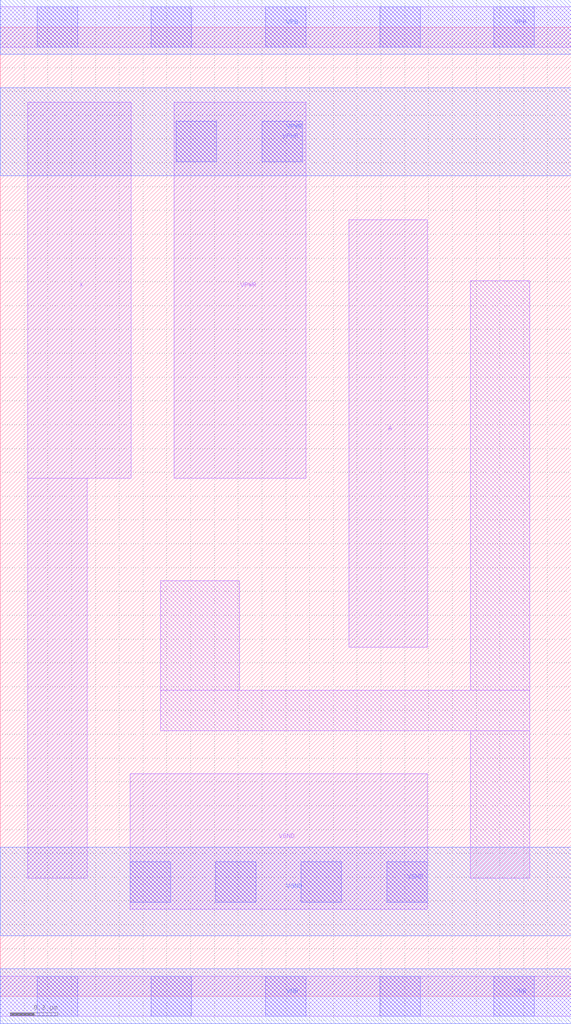
<source format=lef>
# Copyright 2020 The SkyWater PDK Authors
#
# Licensed under the Apache License, Version 2.0 (the "License");
# you may not use this file except in compliance with the License.
# You may obtain a copy of the License at
#
#     https://www.apache.org/licenses/LICENSE-2.0
#
# Unless required by applicable law or agreed to in writing, software
# distributed under the License is distributed on an "AS IS" BASIS,
# WITHOUT WARRANTIES OR CONDITIONS OF ANY KIND, either express or implied.
# See the License for the specific language governing permissions and
# limitations under the License.
#
# SPDX-License-Identifier: Apache-2.0

VERSION 5.7 ;
  NAMESCASESENSITIVE ON ;
  NOWIREEXTENSIONATPIN ON ;
  DIVIDERCHAR "/" ;
  BUSBITCHARS "[]" ;
UNITS
  DATABASE MICRONS 200 ;
END UNITS
MACRO sky130_fd_sc_hvl__buf_1
  CLASS CORE ;
  SOURCE USER ;
  FOREIGN sky130_fd_sc_hvl__buf_1 ;
  ORIGIN  0.000000  0.000000 ;
  SIZE  2.400000 BY  4.070000 ;
  SYMMETRY X Y ;
  SITE unithv ;
  PIN A
    ANTENNAGATEAREA  0.585000 ;
    DIRECTION INPUT ;
    USE SIGNAL ;
    PORT
      LAYER li1 ;
        RECT 1.465000 1.465000 1.795000 3.260000 ;
    END
  END A
  PIN X
    ANTENNADIFFAREA  0.626250 ;
    DIRECTION OUTPUT ;
    USE SIGNAL ;
    PORT
      LAYER li1 ;
        RECT 0.115000 0.495000 0.365000 2.175000 ;
        RECT 0.115000 2.175000 0.550000 3.755000 ;
    END
  END X
  PIN VGND
    DIRECTION INOUT ;
    USE GROUND ;
    PORT
      LAYER li1 ;
        RECT 0.545000 0.365000 1.795000 0.935000 ;
      LAYER mcon ;
        RECT 0.545000 0.395000 0.715000 0.565000 ;
        RECT 0.905000 0.395000 1.075000 0.565000 ;
        RECT 1.265000 0.395000 1.435000 0.565000 ;
        RECT 1.625000 0.395000 1.795000 0.565000 ;
      LAYER met1 ;
        RECT 0.000000 0.255000 2.400000 0.625000 ;
    END
  END VGND
  PIN VNB
    DIRECTION INOUT ;
    USE GROUND ;
    PORT
      LAYER li1 ;
        RECT 0.000000 -0.085000 2.400000 0.085000 ;
      LAYER mcon ;
        RECT 0.155000 -0.085000 0.325000 0.085000 ;
        RECT 0.635000 -0.085000 0.805000 0.085000 ;
        RECT 1.115000 -0.085000 1.285000 0.085000 ;
        RECT 1.595000 -0.085000 1.765000 0.085000 ;
        RECT 2.075000 -0.085000 2.245000 0.085000 ;
      LAYER met1 ;
        RECT 0.000000 -0.115000 2.400000 0.115000 ;
    END
  END VNB
  PIN VPB
    DIRECTION INOUT ;
    USE POWER ;
    PORT
      LAYER li1 ;
        RECT 0.000000 3.985000 2.400000 4.155000 ;
      LAYER mcon ;
        RECT 0.155000 3.985000 0.325000 4.155000 ;
        RECT 0.635000 3.985000 0.805000 4.155000 ;
        RECT 1.115000 3.985000 1.285000 4.155000 ;
        RECT 1.595000 3.985000 1.765000 4.155000 ;
        RECT 2.075000 3.985000 2.245000 4.155000 ;
      LAYER met1 ;
        RECT 0.000000 3.955000 2.400000 4.185000 ;
    END
  END VPB
  PIN VPWR
    DIRECTION INOUT ;
    USE POWER ;
    PORT
      LAYER li1 ;
        RECT 0.730000 2.175000 1.285000 3.755000 ;
      LAYER mcon ;
        RECT 0.740000 3.505000 0.910000 3.675000 ;
        RECT 1.100000 3.505000 1.270000 3.675000 ;
      LAYER met1 ;
        RECT 0.000000 3.445000 2.400000 3.815000 ;
    END
  END VPWR
  OBS
    LAYER li1 ;
      RECT 0.675000 1.115000 2.225000 1.285000 ;
      RECT 0.675000 1.285000 1.005000 1.745000 ;
      RECT 1.975000 0.495000 2.225000 1.115000 ;
      RECT 1.975000 1.285000 2.225000 3.005000 ;
  END
END sky130_fd_sc_hvl__buf_1

</source>
